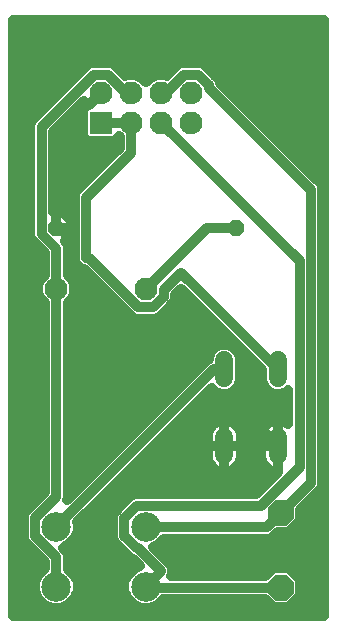
<source format=gbl>
G75*
%MOIN*%
%OFA0B0*%
%FSLAX25Y25*%
%IPPOS*%
%LPD*%
%AMOC8*
5,1,8,0,0,1.08239X$1,22.5*
%
%ADD10R,0.07600X0.07600*%
%ADD11C,0.07600*%
%ADD12C,0.09843*%
%ADD13C,0.07677*%
%ADD14OC8,0.05200*%
%ADD15C,0.06000*%
%ADD16OC8,0.08500*%
%ADD17C,0.03200*%
D10*
X0037600Y0172600D03*
D11*
X0037600Y0182600D03*
X0047600Y0182600D03*
X0047600Y0172600D03*
X0057600Y0172600D03*
X0057600Y0182600D03*
X0067600Y0182600D03*
X0067600Y0172600D03*
D12*
X0052482Y0037836D03*
X0052482Y0017994D03*
X0022718Y0017994D03*
X0022718Y0037836D03*
D13*
X0022718Y0117206D03*
X0052482Y0117206D03*
D14*
X0022600Y0137600D03*
X0082600Y0137600D03*
D15*
X0078700Y0093400D02*
X0078700Y0087400D01*
X0078700Y0067800D02*
X0078700Y0061800D01*
X0096500Y0061800D02*
X0096500Y0067800D01*
X0096500Y0087400D02*
X0096500Y0093400D01*
D16*
X0097600Y0042600D03*
X0097600Y0017600D03*
D17*
X0008200Y0008200D02*
X0008200Y0201444D01*
X0008216Y0201483D01*
X0008216Y0206984D01*
X0111921Y0206984D01*
X0111921Y0008200D01*
X0008200Y0008200D01*
X0008200Y0008997D02*
X0111921Y0008997D01*
X0111921Y0012196D02*
X0101317Y0012196D01*
X0100272Y0011150D02*
X0104050Y0014928D01*
X0104050Y0020272D01*
X0100272Y0024050D01*
X0094928Y0024050D01*
X0092278Y0021400D01*
X0061004Y0021400D01*
X0061400Y0022356D01*
X0061400Y0023868D01*
X0060821Y0025264D01*
X0054940Y0031146D01*
X0056516Y0031799D01*
X0058519Y0033802D01*
X0058616Y0034036D01*
X0093592Y0034036D01*
X0094989Y0034615D01*
X0096524Y0036150D01*
X0100272Y0036150D01*
X0104050Y0039928D01*
X0104050Y0043676D01*
X0109753Y0049379D01*
X0110821Y0050447D01*
X0111400Y0051844D01*
X0111400Y0151061D01*
X0110821Y0152457D01*
X0109753Y0153526D01*
X0109753Y0153526D01*
X0077373Y0185905D01*
X0076821Y0187238D01*
X0075753Y0188307D01*
X0075753Y0188307D01*
X0073307Y0190753D01*
X0072238Y0191821D01*
X0070841Y0192400D01*
X0064359Y0192400D01*
X0062962Y0191821D01*
X0061893Y0190753D01*
X0061893Y0190753D01*
X0059463Y0188323D01*
X0058793Y0188600D01*
X0056407Y0188600D01*
X0054201Y0187687D01*
X0052600Y0186085D01*
X0050999Y0187687D01*
X0048793Y0188600D01*
X0046407Y0188600D01*
X0045737Y0188323D01*
X0042238Y0191821D01*
X0040841Y0192400D01*
X0034359Y0192400D01*
X0032962Y0191821D01*
X0015647Y0174507D01*
X0014579Y0173438D01*
X0014000Y0172041D01*
X0014000Y0134856D01*
X0014579Y0133459D01*
X0015647Y0132390D01*
X0015647Y0132390D01*
X0018918Y0129120D01*
X0018918Y0121946D01*
X0017599Y0120627D01*
X0016680Y0118407D01*
X0016680Y0116005D01*
X0017599Y0113786D01*
X0018918Y0112466D01*
X0018918Y0049481D01*
X0012375Y0042938D01*
X0011797Y0041542D01*
X0011797Y0034131D01*
X0012375Y0032734D01*
X0018918Y0026191D01*
X0018918Y0024128D01*
X0018684Y0024031D01*
X0016681Y0022028D01*
X0015597Y0019410D01*
X0015597Y0016577D01*
X0016681Y0013960D01*
X0018684Y0011957D01*
X0021302Y0010872D01*
X0024135Y0010872D01*
X0026752Y0011957D01*
X0028755Y0013960D01*
X0029839Y0016577D01*
X0029839Y0019410D01*
X0028755Y0022028D01*
X0026752Y0024031D01*
X0026518Y0024128D01*
X0026518Y0028521D01*
X0025940Y0029918D01*
X0024847Y0031010D01*
X0026752Y0031799D01*
X0028755Y0033802D01*
X0029839Y0036420D01*
X0029839Y0039253D01*
X0029742Y0039487D01*
X0074501Y0084245D01*
X0075754Y0082992D01*
X0077666Y0082200D01*
X0079734Y0082200D01*
X0081646Y0082992D01*
X0083108Y0084454D01*
X0083900Y0086366D01*
X0083900Y0094434D01*
X0083108Y0096346D01*
X0081646Y0097808D01*
X0079734Y0098600D01*
X0077666Y0098600D01*
X0075754Y0097808D01*
X0074292Y0096346D01*
X0073500Y0094434D01*
X0073500Y0093775D01*
X0073129Y0093621D01*
X0072060Y0092553D01*
X0026418Y0046910D01*
X0026518Y0047151D01*
X0026518Y0112466D01*
X0027837Y0113786D01*
X0028757Y0116005D01*
X0028757Y0118407D01*
X0027837Y0120627D01*
X0026518Y0121946D01*
X0026518Y0131450D01*
X0025940Y0132846D01*
X0025570Y0133216D01*
X0027800Y0135446D01*
X0027800Y0137600D01*
X0027800Y0139754D01*
X0024754Y0142800D01*
X0022600Y0142800D01*
X0022600Y0137600D01*
X0022600Y0168311D01*
X0032889Y0178600D01*
X0033600Y0178600D01*
X0037600Y0182600D01*
X0035115Y0188600D02*
X0017800Y0171285D01*
X0017800Y0135612D01*
X0022718Y0130694D01*
X0022718Y0117206D01*
X0022718Y0047907D01*
X0015597Y0040786D01*
X0015597Y0034886D01*
X0022718Y0027765D01*
X0022718Y0017994D01*
X0018445Y0012196D02*
X0008200Y0012196D01*
X0008200Y0015394D02*
X0016087Y0015394D01*
X0015597Y0018593D02*
X0008200Y0018593D01*
X0008200Y0021791D02*
X0016583Y0021791D01*
X0018918Y0024990D02*
X0008200Y0024990D01*
X0008200Y0028188D02*
X0016921Y0028188D01*
X0013723Y0031387D02*
X0008200Y0031387D01*
X0008200Y0034585D02*
X0011797Y0034585D01*
X0011797Y0037784D02*
X0008200Y0037784D01*
X0008200Y0040982D02*
X0011797Y0040982D01*
X0013618Y0044181D02*
X0008200Y0044181D01*
X0008200Y0047379D02*
X0016816Y0047379D01*
X0018918Y0050578D02*
X0008200Y0050578D01*
X0008200Y0053776D02*
X0018918Y0053776D01*
X0018918Y0056975D02*
X0008200Y0056975D01*
X0008200Y0060173D02*
X0018918Y0060173D01*
X0018918Y0063372D02*
X0008200Y0063372D01*
X0008200Y0066570D02*
X0018918Y0066570D01*
X0018918Y0069769D02*
X0008200Y0069769D01*
X0008200Y0072967D02*
X0018918Y0072967D01*
X0018918Y0076166D02*
X0008200Y0076166D01*
X0008200Y0079364D02*
X0018918Y0079364D01*
X0018918Y0082563D02*
X0008200Y0082563D01*
X0008200Y0085761D02*
X0018918Y0085761D01*
X0018918Y0088960D02*
X0008200Y0088960D01*
X0008200Y0092158D02*
X0018918Y0092158D01*
X0018918Y0095357D02*
X0008200Y0095357D01*
X0008200Y0098555D02*
X0018918Y0098555D01*
X0018918Y0101754D02*
X0008200Y0101754D01*
X0008200Y0104952D02*
X0018918Y0104952D01*
X0018918Y0108151D02*
X0008200Y0108151D01*
X0008200Y0111349D02*
X0018918Y0111349D01*
X0017283Y0114548D02*
X0008200Y0114548D01*
X0008200Y0117746D02*
X0016680Y0117746D01*
X0017917Y0120945D02*
X0008200Y0120945D01*
X0008200Y0124143D02*
X0018918Y0124143D01*
X0018918Y0127342D02*
X0008200Y0127342D01*
X0008200Y0130540D02*
X0017497Y0130540D01*
X0014463Y0133739D02*
X0008200Y0133739D01*
X0008200Y0136937D02*
X0014000Y0136937D01*
X0014000Y0140136D02*
X0008200Y0140136D01*
X0008200Y0143334D02*
X0014000Y0143334D01*
X0014000Y0146533D02*
X0008200Y0146533D01*
X0008200Y0149732D02*
X0014000Y0149732D01*
X0014000Y0152930D02*
X0008200Y0152930D01*
X0008200Y0156129D02*
X0014000Y0156129D01*
X0014000Y0159327D02*
X0008200Y0159327D01*
X0008200Y0162526D02*
X0014000Y0162526D01*
X0014000Y0165724D02*
X0008200Y0165724D01*
X0008200Y0168923D02*
X0014000Y0168923D01*
X0014033Y0172121D02*
X0008200Y0172121D01*
X0008200Y0175320D02*
X0016460Y0175320D01*
X0019659Y0178518D02*
X0008200Y0178518D01*
X0008200Y0181717D02*
X0022857Y0181717D01*
X0026056Y0184915D02*
X0008200Y0184915D01*
X0008200Y0188114D02*
X0029254Y0188114D01*
X0032453Y0191312D02*
X0008200Y0191312D01*
X0008200Y0194511D02*
X0111921Y0194511D01*
X0111921Y0197709D02*
X0008200Y0197709D01*
X0008200Y0200908D02*
X0111921Y0200908D01*
X0111921Y0204106D02*
X0008216Y0204106D01*
X0024010Y0172121D02*
X0031600Y0172121D01*
X0031600Y0168923D02*
X0021600Y0168923D01*
X0021600Y0169711D02*
X0031790Y0179902D01*
X0031848Y0179763D01*
X0032267Y0179037D01*
X0032727Y0178438D01*
X0031600Y0177311D01*
X0031600Y0167889D01*
X0032889Y0166600D01*
X0042311Y0166600D01*
X0043600Y0167889D01*
X0043600Y0168115D01*
X0043800Y0167915D01*
X0043800Y0164174D01*
X0029379Y0149753D01*
X0028800Y0148356D01*
X0028800Y0126844D01*
X0029379Y0125447D01*
X0030447Y0124379D01*
X0031844Y0123800D01*
X0031974Y0123800D01*
X0047828Y0107946D01*
X0049225Y0107368D01*
X0055739Y0107368D01*
X0057136Y0107946D01*
X0058205Y0109015D01*
X0060673Y0111484D01*
X0061742Y0112552D01*
X0062320Y0113949D01*
X0062320Y0115246D01*
X0064300Y0117226D01*
X0091300Y0090226D01*
X0091300Y0086366D01*
X0092092Y0084454D01*
X0093554Y0082992D01*
X0095466Y0082200D01*
X0097534Y0082200D01*
X0099446Y0082992D01*
X0100000Y0083546D01*
X0100000Y0072179D01*
X0099435Y0072590D01*
X0098650Y0072990D01*
X0097811Y0073262D01*
X0096941Y0073400D01*
X0096500Y0073400D01*
X0096500Y0064800D01*
X0083900Y0077400D01*
X0083900Y0095554D01*
X0072086Y0107368D01*
X0047458Y0107368D01*
X0028800Y0126026D01*
X0028800Y0132500D01*
X0023700Y0137600D01*
X0022600Y0137600D01*
X0027800Y0137600D01*
X0022600Y0137600D01*
X0022600Y0137600D01*
X0022600Y0137600D01*
X0022600Y0142800D01*
X0021600Y0142800D01*
X0021600Y0169711D01*
X0021600Y0165724D02*
X0043800Y0165724D01*
X0042152Y0162526D02*
X0021600Y0162526D01*
X0021600Y0159327D02*
X0038953Y0159327D01*
X0035755Y0156129D02*
X0021600Y0156129D01*
X0021600Y0152930D02*
X0032556Y0152930D01*
X0029370Y0149732D02*
X0021600Y0149732D01*
X0021600Y0146533D02*
X0028800Y0146533D01*
X0028800Y0143334D02*
X0021600Y0143334D01*
X0022600Y0140136D02*
X0022600Y0140136D01*
X0026093Y0133739D02*
X0028800Y0133739D01*
X0028800Y0136937D02*
X0027800Y0136937D01*
X0027418Y0140136D02*
X0028800Y0140136D01*
X0032600Y0147600D02*
X0047600Y0162600D01*
X0047600Y0172600D01*
X0037600Y0172600D01*
X0032665Y0178518D02*
X0030407Y0178518D01*
X0031600Y0175320D02*
X0027208Y0175320D01*
X0035115Y0188600D02*
X0040085Y0188600D01*
X0046085Y0182600D01*
X0047600Y0182600D01*
X0049968Y0188114D02*
X0055232Y0188114D01*
X0057600Y0182600D02*
X0059115Y0182600D01*
X0065115Y0188600D01*
X0070085Y0188600D01*
X0073600Y0185085D01*
X0073600Y0184305D01*
X0107600Y0150305D01*
X0107600Y0052600D01*
X0097600Y0042600D01*
X0092836Y0037836D01*
X0052482Y0037836D01*
X0055520Y0031387D02*
X0111921Y0031387D01*
X0111921Y0028188D02*
X0057898Y0028188D01*
X0060935Y0024990D02*
X0111921Y0024990D01*
X0111921Y0021791D02*
X0102531Y0021791D01*
X0104050Y0018593D02*
X0111921Y0018593D01*
X0111921Y0015394D02*
X0104050Y0015394D01*
X0100272Y0011150D02*
X0094928Y0011150D01*
X0092278Y0013800D01*
X0058359Y0013800D01*
X0056516Y0011957D01*
X0053898Y0010872D01*
X0051065Y0010872D01*
X0048448Y0011957D01*
X0046445Y0013960D01*
X0045361Y0016577D01*
X0045361Y0019410D01*
X0046445Y0022028D01*
X0048448Y0024031D01*
X0050470Y0024868D01*
X0048173Y0027165D01*
X0047380Y0027493D01*
X0046311Y0028562D01*
X0042139Y0032734D01*
X0041561Y0034131D01*
X0041561Y0041542D01*
X0042139Y0042938D01*
X0043208Y0044007D01*
X0046311Y0047110D01*
X0047380Y0048179D01*
X0048776Y0048757D01*
X0089262Y0048757D01*
X0096704Y0056200D01*
X0096500Y0056200D01*
X0096500Y0064800D01*
X0078700Y0064800D01*
X0084300Y0064800D01*
X0084300Y0068241D01*
X0084162Y0069111D01*
X0083890Y0069950D01*
X0083490Y0070735D01*
X0082971Y0071448D01*
X0082348Y0072071D01*
X0081635Y0072590D01*
X0080850Y0072990D01*
X0080011Y0073262D01*
X0079141Y0073400D01*
X0078700Y0073400D01*
X0078700Y0064800D01*
X0078700Y0064800D01*
X0078700Y0064800D01*
X0084300Y0064800D01*
X0084300Y0061359D01*
X0084162Y0060489D01*
X0083890Y0059650D01*
X0083490Y0058865D01*
X0082971Y0058152D01*
X0082348Y0057529D01*
X0081635Y0057010D01*
X0080850Y0056610D01*
X0080011Y0056338D01*
X0079141Y0056200D01*
X0078700Y0056200D01*
X0078700Y0064800D01*
X0078700Y0064800D01*
X0078700Y0064800D01*
X0073100Y0064800D01*
X0073100Y0068241D01*
X0073238Y0069111D01*
X0073510Y0069950D01*
X0073910Y0070735D01*
X0074429Y0071448D01*
X0075052Y0072071D01*
X0075765Y0072590D01*
X0076550Y0072990D01*
X0077389Y0073262D01*
X0078259Y0073400D01*
X0078700Y0073400D01*
X0078700Y0064800D01*
X0078700Y0056200D01*
X0078259Y0056200D01*
X0077389Y0056338D01*
X0076550Y0056610D01*
X0075765Y0057010D01*
X0075052Y0057529D01*
X0074429Y0058152D01*
X0073910Y0058865D01*
X0073510Y0059650D01*
X0073238Y0060489D01*
X0073100Y0061359D01*
X0073100Y0064800D01*
X0078700Y0064800D01*
X0078700Y0063372D02*
X0078700Y0063372D01*
X0078700Y0066570D02*
X0078700Y0066570D01*
X0078700Y0069769D02*
X0078700Y0069769D01*
X0078700Y0072967D02*
X0078700Y0072967D01*
X0076506Y0072967D02*
X0063223Y0072967D01*
X0060025Y0069769D02*
X0073452Y0069769D01*
X0073100Y0066570D02*
X0056826Y0066570D01*
X0053628Y0063372D02*
X0073100Y0063372D01*
X0073340Y0060173D02*
X0050429Y0060173D01*
X0047231Y0056975D02*
X0075835Y0056975D01*
X0078700Y0056975D02*
X0078700Y0056975D01*
X0078700Y0060173D02*
X0078700Y0060173D01*
X0081565Y0056975D02*
X0093635Y0056975D01*
X0093565Y0057010D02*
X0094350Y0056610D01*
X0095189Y0056338D01*
X0096059Y0056200D01*
X0096500Y0056200D01*
X0096500Y0064800D01*
X0096500Y0064800D01*
X0096500Y0064800D01*
X0096500Y0064800D01*
X0090900Y0064800D01*
X0090900Y0068241D01*
X0091038Y0069111D01*
X0091310Y0069950D01*
X0091710Y0070735D01*
X0092229Y0071448D01*
X0092852Y0072071D01*
X0093565Y0072590D01*
X0094350Y0072990D01*
X0095189Y0073262D01*
X0096059Y0073400D01*
X0096500Y0073400D01*
X0096500Y0064800D01*
X0090900Y0064800D01*
X0090900Y0061359D01*
X0091038Y0060489D01*
X0091310Y0059650D01*
X0091710Y0058865D01*
X0092229Y0058152D01*
X0092852Y0057529D01*
X0093565Y0057010D01*
X0094281Y0053776D02*
X0044032Y0053776D01*
X0046580Y0047379D02*
X0037635Y0047379D01*
X0040834Y0050578D02*
X0091082Y0050578D01*
X0090836Y0044957D02*
X0049532Y0044957D01*
X0045361Y0040786D01*
X0045361Y0034886D01*
X0049532Y0030715D01*
X0049997Y0030715D01*
X0057600Y0023112D01*
X0052482Y0017994D01*
X0052876Y0017600D01*
X0097600Y0017600D01*
X0093883Y0012196D02*
X0056755Y0012196D01*
X0061166Y0021791D02*
X0092669Y0021791D01*
X0094917Y0034585D02*
X0111921Y0034585D01*
X0111921Y0037784D02*
X0101905Y0037784D01*
X0104050Y0040982D02*
X0111921Y0040982D01*
X0111921Y0044181D02*
X0104555Y0044181D01*
X0107753Y0047379D02*
X0111921Y0047379D01*
X0111921Y0050578D02*
X0110875Y0050578D01*
X0111400Y0053776D02*
X0111921Y0053776D01*
X0111921Y0056975D02*
X0111400Y0056975D01*
X0111400Y0060173D02*
X0111921Y0060173D01*
X0111921Y0063372D02*
X0111400Y0063372D01*
X0111400Y0066570D02*
X0111921Y0066570D01*
X0111921Y0069769D02*
X0111400Y0069769D01*
X0111400Y0072967D02*
X0111921Y0072967D01*
X0111921Y0076166D02*
X0111400Y0076166D01*
X0111400Y0079364D02*
X0111921Y0079364D01*
X0111921Y0082563D02*
X0111400Y0082563D01*
X0111400Y0085761D02*
X0111921Y0085761D01*
X0111921Y0088960D02*
X0111400Y0088960D01*
X0111400Y0092158D02*
X0111921Y0092158D01*
X0111921Y0095357D02*
X0111400Y0095357D01*
X0111400Y0098555D02*
X0111921Y0098555D01*
X0111921Y0101754D02*
X0111400Y0101754D01*
X0111400Y0104952D02*
X0111921Y0104952D01*
X0111921Y0108151D02*
X0111400Y0108151D01*
X0111400Y0111349D02*
X0111921Y0111349D01*
X0111921Y0114548D02*
X0111400Y0114548D01*
X0111400Y0117746D02*
X0111921Y0117746D01*
X0111921Y0120945D02*
X0111400Y0120945D01*
X0111400Y0124143D02*
X0111921Y0124143D01*
X0111921Y0127342D02*
X0111400Y0127342D01*
X0111400Y0130540D02*
X0111921Y0130540D01*
X0111921Y0133739D02*
X0111400Y0133739D01*
X0111400Y0136937D02*
X0111921Y0136937D01*
X0111921Y0140136D02*
X0111400Y0140136D01*
X0111400Y0143334D02*
X0111921Y0143334D01*
X0111921Y0146533D02*
X0111400Y0146533D01*
X0111400Y0149732D02*
X0111921Y0149732D01*
X0111921Y0152930D02*
X0110349Y0152930D01*
X0111921Y0156129D02*
X0107150Y0156129D01*
X0103952Y0159327D02*
X0111921Y0159327D01*
X0111921Y0162526D02*
X0100753Y0162526D01*
X0097555Y0165724D02*
X0111921Y0165724D01*
X0111921Y0168923D02*
X0094356Y0168923D01*
X0091158Y0172121D02*
X0111921Y0172121D01*
X0111921Y0175320D02*
X0087959Y0175320D01*
X0084761Y0178518D02*
X0111921Y0178518D01*
X0111921Y0181717D02*
X0081562Y0181717D01*
X0078364Y0184915D02*
X0111921Y0184915D01*
X0111921Y0188114D02*
X0075946Y0188114D01*
X0073307Y0190753D02*
X0073307Y0190753D01*
X0072747Y0191312D02*
X0111921Y0191312D01*
X0082600Y0137600D02*
X0072876Y0137600D01*
X0052482Y0117206D01*
X0054983Y0111168D02*
X0049981Y0111168D01*
X0033548Y0127600D01*
X0032600Y0127600D01*
X0032600Y0147600D01*
X0028800Y0130540D02*
X0026518Y0130540D01*
X0026518Y0127342D02*
X0028800Y0127342D01*
X0031015Y0124143D02*
X0026518Y0124143D01*
X0027519Y0120945D02*
X0034829Y0120945D01*
X0038028Y0117746D02*
X0028757Y0117746D01*
X0028153Y0114548D02*
X0041226Y0114548D01*
X0044425Y0111349D02*
X0026518Y0111349D01*
X0026518Y0108151D02*
X0047623Y0108151D01*
X0054983Y0111168D02*
X0058520Y0114705D01*
X0058520Y0116820D01*
X0064300Y0122600D01*
X0096500Y0090400D01*
X0091550Y0085761D02*
X0083650Y0085761D01*
X0083900Y0088960D02*
X0091300Y0088960D01*
X0089368Y0092158D02*
X0083900Y0092158D01*
X0083518Y0095357D02*
X0086169Y0095357D01*
X0082971Y0098555D02*
X0079842Y0098555D01*
X0077558Y0098555D02*
X0026518Y0098555D01*
X0026518Y0095357D02*
X0073882Y0095357D01*
X0071666Y0092158D02*
X0026518Y0092158D01*
X0026518Y0088960D02*
X0068468Y0088960D01*
X0065269Y0085761D02*
X0026518Y0085761D01*
X0026518Y0082563D02*
X0062071Y0082563D01*
X0058872Y0079364D02*
X0026518Y0079364D01*
X0026518Y0076166D02*
X0055674Y0076166D01*
X0052475Y0072967D02*
X0026518Y0072967D01*
X0026518Y0069769D02*
X0049277Y0069769D01*
X0046078Y0066570D02*
X0026518Y0066570D01*
X0026518Y0063372D02*
X0042880Y0063372D01*
X0039681Y0060173D02*
X0026518Y0060173D01*
X0026518Y0056975D02*
X0036483Y0056975D01*
X0033284Y0053776D02*
X0026518Y0053776D01*
X0026518Y0050578D02*
X0030086Y0050578D01*
X0026887Y0047379D02*
X0026518Y0047379D01*
X0031238Y0040982D02*
X0041561Y0040982D01*
X0041561Y0037784D02*
X0029839Y0037784D01*
X0029079Y0034585D02*
X0041561Y0034585D01*
X0043487Y0031387D02*
X0025756Y0031387D01*
X0026518Y0028188D02*
X0046685Y0028188D01*
X0050348Y0024990D02*
X0026518Y0024990D01*
X0028853Y0021791D02*
X0046347Y0021791D01*
X0045361Y0018593D02*
X0029839Y0018593D01*
X0029349Y0015394D02*
X0045851Y0015394D01*
X0048209Y0012196D02*
X0026991Y0012196D01*
X0022718Y0037836D02*
X0075282Y0090400D01*
X0078700Y0090400D01*
X0080610Y0082563D02*
X0094590Y0082563D01*
X0098410Y0082563D02*
X0100000Y0082563D01*
X0100000Y0079364D02*
X0069620Y0079364D01*
X0066422Y0076166D02*
X0100000Y0076166D01*
X0100000Y0072967D02*
X0098694Y0072967D01*
X0096500Y0072967D02*
X0096500Y0072967D01*
X0096500Y0069769D02*
X0096500Y0069769D01*
X0096500Y0066570D02*
X0096500Y0066570D01*
X0096500Y0063372D02*
X0096500Y0063372D01*
X0096500Y0060173D02*
X0096500Y0060173D01*
X0096500Y0056975D02*
X0096500Y0056975D01*
X0091140Y0060173D02*
X0084060Y0060173D01*
X0084300Y0063372D02*
X0090900Y0063372D01*
X0090900Y0066570D02*
X0084300Y0066570D01*
X0083948Y0069769D02*
X0091252Y0069769D01*
X0094306Y0072967D02*
X0080894Y0072967D01*
X0076790Y0082563D02*
X0072819Y0082563D01*
X0079772Y0101754D02*
X0026518Y0101754D01*
X0026518Y0104952D02*
X0076574Y0104952D01*
X0073375Y0108151D02*
X0057340Y0108151D01*
X0060539Y0111349D02*
X0070177Y0111349D01*
X0066978Y0114548D02*
X0062320Y0114548D01*
X0103800Y0126400D02*
X0057600Y0172600D01*
X0062453Y0191312D02*
X0042747Y0191312D01*
X0103800Y0126400D02*
X0103800Y0057922D01*
X0090836Y0044957D01*
X0043381Y0044181D02*
X0034437Y0044181D01*
M02*

</source>
